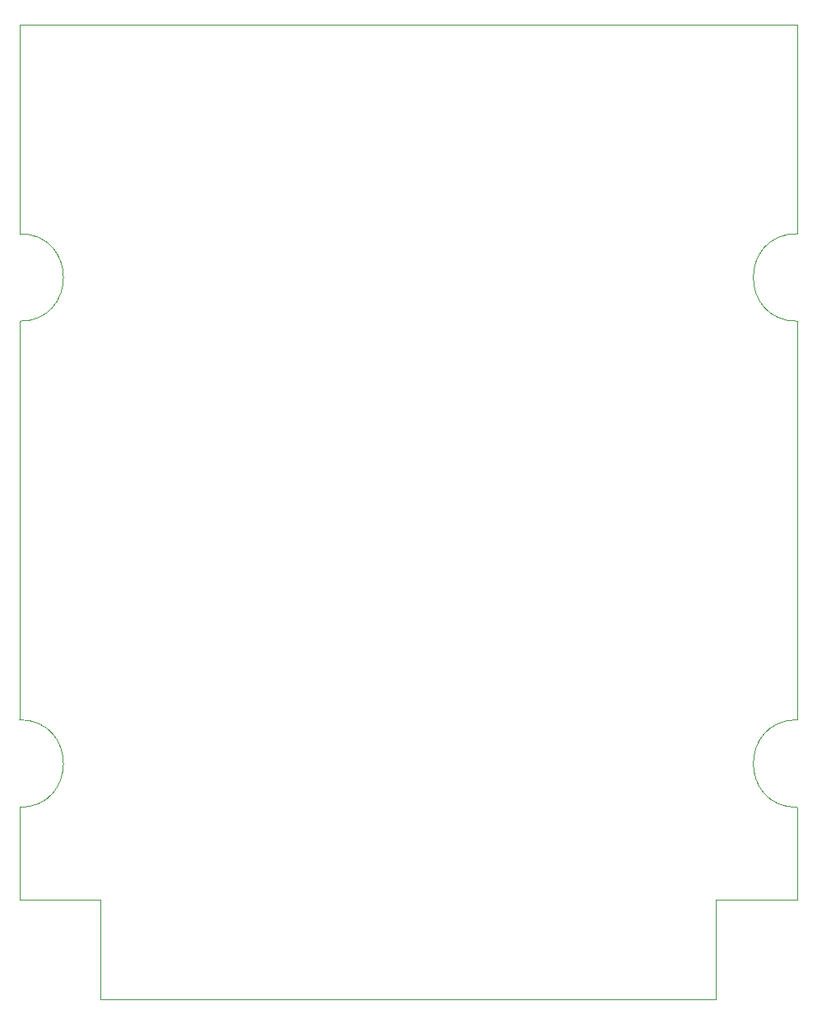
<source format=gbr>
G04 #@! TF.GenerationSoftware,KiCad,Pcbnew,(6.0.9)*
G04 #@! TF.CreationDate,2023-09-15T10:25:23+02:00*
G04 #@! TF.ProjectId,p2000t-multicartridge-smd,70323030-3074-42d6-9d75-6c7469636172,rev?*
G04 #@! TF.SameCoordinates,Original*
G04 #@! TF.FileFunction,Profile,NP*
%FSLAX46Y46*%
G04 Gerber Fmt 4.6, Leading zero omitted, Abs format (unit mm)*
G04 Created by KiCad (PCBNEW (6.0.9)) date 2023-09-15 10:25:23*
%MOMM*%
%LPD*%
G01*
G04 APERTURE LIST*
G04 #@! TA.AperFunction,Profile*
%ADD10C,0.050000*%
G04 #@! TD*
G04 APERTURE END LIST*
D10*
X114808000Y-144399000D02*
X114808000Y-144145000D01*
X51435000Y-144399000D02*
X51435000Y-144145000D01*
X43147000Y-63645000D02*
X43147000Y-59145000D01*
X43147000Y-109145000D02*
X43147000Y-113645000D01*
X43147000Y-124645000D02*
G75*
G03*
X43147000Y-115645000I0J4500000D01*
G01*
X43147000Y-114145000D02*
X43147000Y-113645000D01*
X43147000Y-127145000D02*
X43147000Y-124645000D01*
X43147000Y-115645000D02*
X43147000Y-114145000D01*
X43147000Y-74645000D02*
G75*
G03*
X43147000Y-65645000I0J4500000D01*
G01*
X123147000Y-127145000D02*
X123147000Y-124645000D01*
X43147000Y-109145000D02*
X43147000Y-74645000D01*
X43147000Y-65645000D02*
X43147000Y-63645000D01*
X123147000Y-134145000D02*
X123147000Y-127145000D01*
X43147000Y-44145000D02*
X43147000Y-59145000D01*
X43147000Y-134145000D02*
X43147000Y-127145000D01*
X97147000Y-44145000D02*
X83147000Y-44145000D01*
X123147000Y-74745000D02*
X123147000Y-74645000D01*
X123147000Y-115645000D02*
X123147000Y-110045000D01*
X123147000Y-100457000D02*
X123147001Y-94845000D01*
X123147001Y-83445001D02*
X123147000Y-77845000D01*
X123147000Y-63445000D02*
X123147000Y-57845000D01*
X114808000Y-134145000D02*
X115147000Y-134145000D01*
X114808000Y-144399000D02*
X51435000Y-144399000D01*
X51147000Y-134145000D02*
X51435000Y-134145000D01*
X123147000Y-65645000D02*
G75*
G03*
X123147000Y-74645000I0J-4500000D01*
G01*
X51435000Y-144145000D02*
X51435000Y-134145000D01*
X123147000Y-65645000D02*
X123147000Y-63445000D01*
X123147000Y-56145000D02*
X123147000Y-44145000D01*
X97147000Y-44145000D02*
X123147000Y-44145000D01*
X123147000Y-74745000D02*
X123147000Y-77845000D01*
X51147000Y-134145000D02*
X43147000Y-134145000D01*
X83147000Y-44145000D02*
X43147000Y-44145000D01*
X123147000Y-110045000D02*
X123147000Y-100457000D01*
X114808000Y-144145000D02*
X114808000Y-134145000D01*
X123147001Y-83445001D02*
X123147001Y-94845000D01*
X123147000Y-115645000D02*
G75*
G03*
X123147000Y-124645000I0J-4500000D01*
G01*
X123147000Y-56145000D02*
X123147000Y-57845000D01*
X115147000Y-134145000D02*
X123147000Y-134145000D01*
M02*

</source>
